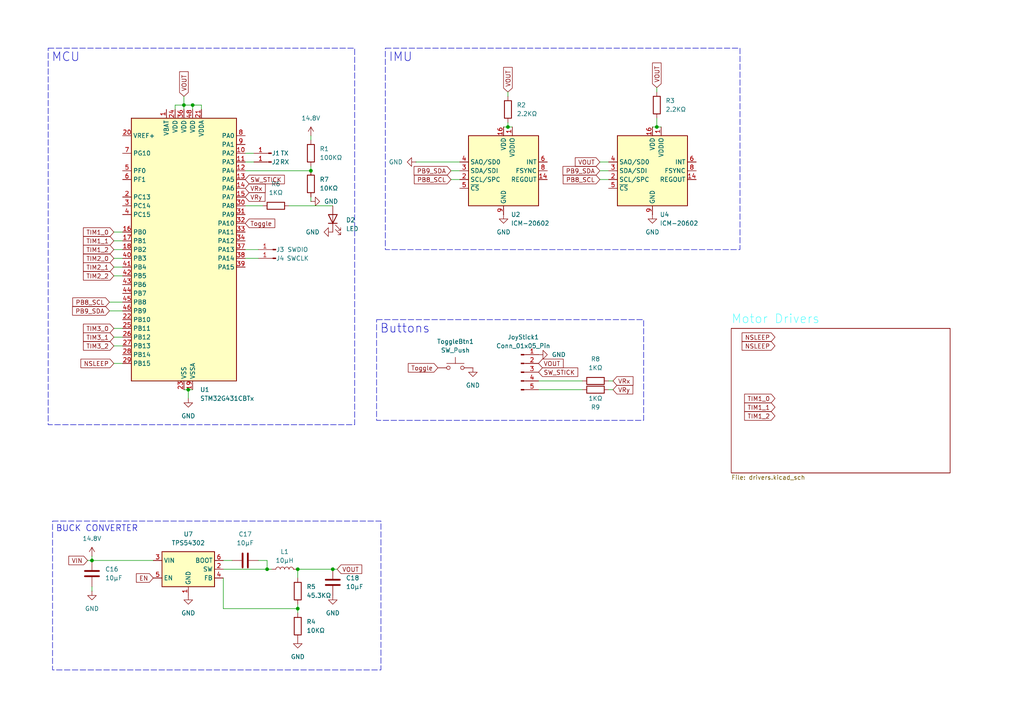
<source format=kicad_sch>
(kicad_sch (version 20250114) (generator "eeschema") (generator_version "9.0")
  (paper "A4")
  (lib_symbols
    (symbol "Connector:Conn_01x01_Pin" (pin_names (offset 1.016) (hide yes))
      (property "Reference" "J" (at 0 2.54 0))
      (property "Value" "Conn_01x01_Pin" (at 0 -2.54 0))
      (symbol "Conn_01x01_Pin_1_1"
        (rectangle (start 0.8636 0.127) (end 0 -0.127) (stroke (width 0.1524)) (fill (type outline)))
        (polyline (pts (xy 1.27 0) (xy 0.8636 0)) (stroke (width 0.1524)))
        (pin passive line (at 5.08 0 180) (length 3.81) (name "Pin_1") (number "1"))
      )
    )
    (symbol "Connector:Conn_01x05_Pin" (pin_names (offset 1.016) (hide yes))
      (property "Reference" "J" (at 0 7.62 0))
      (property "Value" "Conn_01x05_Pin" (at 0 -7.62 0))
      (symbol "Conn_01x05_Pin_1_1"
        (rectangle (start 0.8636 5.207) (end 0 4.953) (stroke (width 0.1524)) (fill (type outline)))
        (rectangle (start 0.8636 2.667) (end 0 2.413) (stroke (width 0.1524)) (fill (type outline)))
        (rectangle (start 0.8636 0.127) (end 0 -0.127) (stroke (width 0.1524)) (fill (type outline)))
        (rectangle (start 0.8636 -2.413) (end 0 -2.667) (stroke (width 0.1524)) (fill (type outline)))
        (rectangle (start 0.8636 -4.953) (end 0 -5.207) (stroke (width 0.1524)) (fill (type outline)))
        (polyline (pts (xy 1.27 5.08) (xy 0.8636 5.08)) (stroke (width 0.1524)))
        (polyline (pts (xy 1.27 2.54) (xy 0.8636 2.54)) (stroke (width 0.1524)))
        (polyline (pts (xy 1.27 0) (xy 0.8636 0)) (stroke (width 0.1524)))
        (polyline (pts (xy 1.27 -2.54) (xy 0.8636 -2.54)) (stroke (width 0.1524)))
        (polyline (pts (xy 1.27 -5.08) (xy 0.8636 -5.08)) (stroke (width 0.1524)))
        (pin passive line (at 5.08 5.08 180) (length 3.81) (name "Pin_1") (number "1"))
        (pin passive line (at 5.08 2.54 180) (length 3.81) (name "Pin_2") (number "2"))
        (pin passive line (at 5.08 0 180) (length 3.81) (name "Pin_3") (number "3"))
        (pin passive line (at 5.08 -2.54 180) (length 3.81) (name "Pin_4") (number "4"))
        (pin passive line (at 5.08 -5.08 180) (length 3.81) (name "Pin_5") (number "5"))
      )
    )
    (symbol "Device:C" (pin_numbers (hide yes)) (pin_names (offset 0.254))
      (property "Reference" "C" (at 0.635 2.54 0))
      (property "Value" "C" (at 0.635 -2.54 0))
      (symbol "C_0_1"
        (polyline (pts (xy -2.032 0.762) (xy 2.032 0.762)) (stroke (width 0.508)))
        (polyline (pts (xy -2.032 -0.762) (xy 2.032 -0.762)) (stroke (width 0.508)))
      )
      (symbol "C_1_1"
        (pin passive line (at 0 3.81 270) (length 2.794) (name "~") (number "1"))
        (pin passive line (at 0 -3.81 90) (length 2.794) (name "~") (number "2"))
      )
    )
    (symbol "Device:L" (pin_numbers (hide yes)) (pin_names (offset 1.016) (hide yes))
      (property "Reference" "L" (at -1.27 0 90))
      (property "Value" "L" (at 1.905 0 90))
      (symbol "L_0_1"
        (arc (start 0 2.54) (mid 0.6323 1.905) (end 0 1.27))
        (arc (start 0 1.27) (mid 0.6323 0.635) (end 0 0))
        (arc (start 0 0) (mid 0.6323 -0.635) (end 0 -1.27))
        (arc (start 0 -1.27) (mid 0.6323 -1.905) (end 0 -2.54))
      )
      (symbol "L_1_1"
        (pin passive line (at 0 3.81 270) (length 1.27) (name "1") (number "1"))
        (pin passive line (at 0 -3.81 90) (length 1.27) (name "2") (number "2"))
      )
    )
    (symbol "Device:LED" (pin_numbers (hide yes)) (pin_names (offset 1.016) (hide yes))
      (property "Reference" "D" (at 0 2.54 0))
      (property "Value" "LED" (at 0 -2.54 0))
      (symbol "LED_0_1"
        (polyline (pts (xy -3.048 -0.762) (xy -4.572 -2.286) (xy -3.81 -2.286) (xy -4.572 -2.286) (xy -4.572 -1.524)))
        (polyline (pts (xy -1.778 -0.762) (xy -3.302 -2.286) (xy -2.54 -2.286) (xy -3.302 -2.286) (xy -3.302 -1.524)))
        (polyline (pts (xy -1.27 0) (xy 1.27 0)))
        (polyline (pts (xy -1.27 -1.27) (xy -1.27 1.27)) (stroke (width 0.254)))
        (polyline (pts (xy 1.27 -1.27) (xy 1.27 1.27) (xy -1.27 0) (xy 1.27 -1.27)) (stroke (width 0.254)))
      )
      (symbol "LED_1_1"
        (pin passive line (at -3.81 0 0) (length 2.54) (name "K") (number "1"))
        (pin passive line (at 3.81 0 180) (length 2.54) (name "A") (number "2"))
      )
    )
    (symbol "Device:R" (pin_numbers (hide yes)) (pin_names (offset 0))
      (property "Reference" "R" (at 2.032 0 90))
      (property "Value" "R" (at 0 0 90))
      (symbol "R_0_1"
        (rectangle (start -1.016 -2.54) (end 1.016 2.54) (stroke (width 0.254)))
      )
      (symbol "R_1_1"
        (pin passive line (at 0 3.81 270) (length 1.27) (name "~") (number "1"))
        (pin passive line (at 0 -3.81 90) (length 1.27) (name "~") (number "2"))
      )
    )
    (symbol "MCU_ST_STM32G4:STM32G431CBTx"
      (property "Reference" "U" (at -15.24 39.37 0))
      (property "Value" "STM32G431CBTx" (at 7.62 39.37 0))
      (symbol "STM32G431CBTx_0_1"
        (rectangle (start -15.24 -38.1) (end 15.24 38.1) (stroke (width 0.254)) (fill (type background)))
      )
      (symbol "STM32G431CBTx_1_1"
        (pin input line (at -17.78 33.02 0) (length 2.54) (name "VREF+") (number "20"))
        (pin bidirectional line (at -17.78 27.94 0) (length 2.54) (name "PG10") (number "7"))
        (pin bidirectional line (at -17.78 22.86 0) (length 2.54) (name "PF0") (number "5"))
        (pin bidirectional line (at -17.78 20.32 0) (length 2.54) (name "PF1") (number "6"))
        (pin bidirectional line (at -17.78 15.24 0) (length 2.54) (name "PC13") (number "2"))
        (pin bidirectional line (at -17.78 12.7 0) (length 2.54) (name "PC14") (number "3"))
        (pin bidirectional line (at -17.78 10.16 0) (length 2.54) (name "PC15") (number "4"))
        (pin bidirectional line (at -17.78 5.08 0) (length 2.54) (name "PB0") (number "16"))
        (pin bidirectional line (at -17.78 2.54 0) (length 2.54) (name "PB1") (number "17"))
        (pin bidirectional line (at -17.78 0 0) (length 2.54) (name "PB2") (number "18"))
        (pin bidirectional line (at -17.78 -2.54 0) (length 2.54) (name "PB3") (number "40"))
        (pin bidirectional line (at -17.78 -5.08 0) (length 2.54) (name "PB4") (number "41"))
        (pin bidirectional line (at -17.78 -7.62 0) (length 2.54) (name "PB5") (number "42"))
        (pin bidirectional line (at -17.78 -10.16 0) (length 2.54) (name "PB6") (number "43"))
        (pin bidirectional line (at -17.78 -12.7 0) (length 2.54) (name "PB7") (number "44"))
        (pin bidirectional line (at -17.78 -15.24 0) (length 2.54) (name "PB8") (number "45"))
        (pin bidirectional line (at -17.78 -17.78 0) (length 2.54) (name "PB9") (number "46"))
        (pin bidirectional line (at -17.78 -20.32 0) (length 2.54) (name "PB10") (number "22"))
        (pin bidirectional line (at -17.78 -22.86 0) (length 2.54) (name "PB11") (number "25"))
        (pin bidirectional line (at -17.78 -25.4 0) (length 2.54) (name "PB12") (number "26"))
        (pin bidirectional line (at -17.78 -27.94 0) (length 2.54) (name "PB13") (number "27"))
        (pin bidirectional line (at -17.78 -30.48 0) (length 2.54) (name "PB14") (number "28"))
        (pin bidirectional line (at -17.78 -33.02 0) (length 2.54) (name "PB15") (number "29"))
        (pin power_in line (at -5.08 40.64 270) (length 2.54) (name "VBAT") (number "1"))
        (pin power_in line (at -2.54 40.64 270) (length 2.54) (name "VDD") (number "24"))
        (pin power_in line (at 0 40.64 270) (length 2.54) (name "VDD") (number "36"))
        (pin power_in line (at 0 -40.64 90) (length 2.54) (name "VSS") (number "23"))
        (pin passive line (at 0 -40.64 90) (length 2.54) (hide yes) (name "VSS") (number "35"))
        (pin passive line (at 0 -40.64 90) (length 2.54) (hide yes) (name "VSS") (number "47"))
        (pin power_in line (at 2.54 40.64 270) (length 2.54) (name "VDD") (number "48"))
        (pin power_in line (at 2.54 -40.64 90) (length 2.54) (name "VSSA") (number "19"))
        (pin power_in line (at 5.08 40.64 270) (length 2.54) (name "VDDA") (number "21"))
        (pin bidirectional line (at 17.78 33.02 180) (length 2.54) (name "PA0") (number "8"))
        (pin bidirectional line (at 17.78 30.48 180) (length 2.54) (name "PA1") (number "9"))
        (pin bidirectional line (at 17.78 27.94 180) (length 2.54) (name "PA2") (number "10"))
        (pin bidirectional line (at 17.78 25.4 180) (length 2.54) (name "PA3") (number "11"))
        (pin bidirectional line (at 17.78 22.86 180) (length 2.54) (name "PA4") (number "12"))
        (pin bidirectional line (at 17.78 20.32 180) (length 2.54) (name "PA5") (number "13"))
        (pin bidirectional line (at 17.78 17.78 180) (length 2.54) (name "PA6") (number "14"))
        (pin bidirectional line (at 17.78 15.24 180) (length 2.54) (name "PA7") (number "15"))
        (pin bidirectional line (at 17.78 12.7 180) (length 2.54) (name "PA8") (number "30"))
        (pin bidirectional line (at 17.78 10.16 180) (length 2.54) (name "PA9") (number "31"))
        (pin bidirectional line (at 17.78 7.62 180) (length 2.54) (name "PA10") (number "32"))
        (pin bidirectional line (at 17.78 5.08 180) (length 2.54) (name "PA11") (number "33"))
        (pin bidirectional line (at 17.78 2.54 180) (length 2.54) (name "PA12") (number "34"))
        (pin bidirectional line (at 17.78 0 180) (length 2.54) (name "PA13") (number "37"))
        (pin bidirectional line (at 17.78 -2.54 180) (length 2.54) (name "PA14") (number "38"))
        (pin bidirectional line (at 17.78 -5.08 180) (length 2.54) (name "PA15") (number "39"))
      )
    )
    (symbol "Regulator_Switching:TPS54302"
      (property "Reference" "U" (at -7.62 6.35 0))
      (property "Value" "TPS54302" (at 0 6.35 0))
      (symbol "TPS54302_0_1"
        (rectangle (start -7.62 5.08) (end 7.62 -5.08) (stroke (width 0.254)) (fill (type background)))
      )
      (symbol "TPS54302_1_1"
        (pin power_in line (at -10.16 2.54 0) (length 2.54) (name "VIN") (number "3"))
        (pin input line (at -10.16 -2.54 0) (length 2.54) (name "EN") (number "5"))
        (pin power_in line (at 0 -7.62 90) (length 2.54) (name "GND") (number "1"))
        (pin passive line (at 10.16 2.54 180) (length 2.54) (name "BOOT") (number "6"))
        (pin power_out line (at 10.16 0 180) (length 2.54) (name "SW") (number "2"))
        (pin input line (at 10.16 -2.54 180) (length 2.54) (name "FB") (number "4"))
      )
    )
    (symbol "Sensor_Motion:ICM-20602"
      (property "Reference" "U" (at -10.16 11.43 0))
      (property "Value" "ICM-20602" (at 10.16 11.43 0))
      (symbol "ICM-20602_0_1"
        (rectangle (start -10.16 10.16) (end 10.16 -10.16) (stroke (width 0.254)) (fill (type background)))
      )
      (symbol "ICM-20602_1_1"
        (pin bidirectional line (at -12.7 2.54 0) (length 2.54) (name "SAO/SD0") (number "4"))
        (pin bidirectional line (at -12.7 0 0) (length 2.54) (name "SDA/SDI") (number "3"))
        (pin input line (at -12.7 -2.54 0) (length 2.54) (name "SCL/SPC") (number "2"))
        (pin input line (at -12.7 -5.08 0) (length 2.54) (name "~{CS}") (number "5"))
        (pin no_connect line (at -10.16 5.08 0) (length 2.54) (hide yes) (name "RESV") (number "7"))
        (pin power_in line (at 0 12.7 270) (length 2.54) (name "VDD") (number "16"))
        (pin passive line (at 0 -12.7 90) (length 2.54) (hide yes) (name "GND") (number "10"))
        (pin passive line (at 0 -12.7 90) (length 2.54) (hide yes) (name "GND") (number "11"))
        (pin passive line (at 0 -12.7 90) (length 2.54) (hide yes) (name "GND") (number "12"))
        (pin passive line (at 0 -12.7 90) (length 2.54) (hide yes) (name "GND") (number "13"))
        (pin passive line (at 0 -12.7 90) (length 2.54) (hide yes) (name "GND") (number "15"))
        (pin power_in line (at 0 -12.7 90) (length 2.54) (name "GND") (number "9"))
        (pin power_in line (at 2.54 12.7 270) (length 2.54) (name "VDDIO") (number "1"))
        (pin output line (at 12.7 2.54 180) (length 2.54) (name "INT") (number "6"))
        (pin input line (at 12.7 0 180) (length 2.54) (name "FSYNC") (number "8"))
        (pin passive line (at 12.7 -2.54 180) (length 2.54) (name "REGOUT") (number "14"))
      )
    )
    (symbol "Switch:SW_Push" (pin_numbers (hide yes)) (pin_names (offset 1.016) (hide yes))
      (property "Reference" "SW" (at 1.27 2.54 0))
      (property "Value" "SW_Push" (at 0 -1.524 0))
      (symbol "SW_Push_0_1"
        (circle (center -2.032 0) (radius 0.508))
        (polyline (pts (xy 0 1.27) (xy 0 3.048)))
        (circle (center 2.032 0) (radius 0.508))
        (polyline (pts (xy 2.54 1.27) (xy -2.54 1.27)))
        (pin passive line (at -5.08 0 0) (length 2.54) (name "1") (number "1"))
        (pin passive line (at 5.08 0 180) (length 2.54) (name "2") (number "2"))
      )
    )
    (symbol "power:+1V0" (power) (pin_numbers (hide yes)) (pin_names (offset 0) (hide yes))
      (property "Value" "+1V0" (at 0 3.556 0))
      (symbol "+1V0_0_1"
        (polyline (pts (xy -0.762 1.27) (xy 0 2.54)))
        (polyline (pts (xy 0 2.54) (xy 0.762 1.27)))
        (polyline (pts (xy 0 0) (xy 0 2.54)))
      )
      (symbol "+1V0_1_1"
        (pin power_in line (at 0 0 90) (length 0) (name "~") (number "1"))
      )
    )
    (symbol "power:GND" (power) (pin_numbers (hide yes)) (pin_names (offset 0) (hide yes))
      (property "Value" "GND" (at 0 -3.81 0))
      (symbol "GND_0_1"
        (polyline (pts (xy 0 0) (xy 0 -1.27) (xy 1.27 -1.27) (xy 0 -2.54) (xy -1.27 -1.27) (xy 0 -1.27)))
      )
      (symbol "GND_1_1"
        (pin power_in line (at 0 0 270) (length 0) (name "~") (number "1"))
      )
    )
  )
  (text_box "Buttons\n" (at 109.22 92.71 0) (size 77.47 29.21) (margins 0.9525 0.9525 0.9525 0.9525) (stroke (width 0) (type dash)) (effects (font (size 2.54 2.54)) (justify left top)))
  (text_box "BUCK CONVERTER\n" (at 15.24 151.13 0) (size 95.25 43.18) (margins 0.9525 0.9525 0.9525 0.9525) (stroke (width 0) (type dash)) (effects (font (size 1.778 1.778)) (justify left top)))
  (text_box "MCU\n" (at 13.97 13.97 0) (size 88.9 109.22) (margins 0.9525 0.9525 0.9525 0.9525) (stroke (width 0) (type dash)) (effects (font (size 2.54 2.54)) (justify left top)))
  (text_box "IMU\n" (at 111.76 13.97 0) (size 102.87 58.42) (margins 0.9525 0.9525 0.9525 0.9525) (stroke (width 0) (type dash)) (effects (font (size 2.54 2.54)) (justify left top)))
  (junction (at 86.36 176.53))
  (junction (at 26.67 162.56))
  (junction (at 190.5 36.83))
  (junction (at 53.34 30.48))
  (junction (at 90.17 49.53))
  (junction (at 77.47 165.1))
  (junction (at 55.88 30.48))
  (junction (at 147.32 36.83))
  (junction (at 86.36 165.1))
  (junction (at 54.61 113.03))
  (junction (at 96.52 165.1))
  (wire (pts (xy 71.12 74.93) (xy 74.93 74.93)))
  (wire (pts (xy 78.74 165.1) (xy 77.47 165.1)))
  (wire (pts (xy 26.67 171.45) (xy 26.67 170.18)))
  (wire (pts (xy 53.34 30.48) (xy 53.34 27.94)))
  (wire (pts (xy 58.42 31.75) (xy 58.42 30.48)))
  (wire (pts (xy 90.17 58.42) (xy 90.17 57.15)))
  (wire (pts (xy 74.93 162.56) (xy 77.47 162.56)))
  (wire (pts (xy 156.21 110.49) (xy 168.91 110.49)))
  (wire (pts (xy 53.34 30.48) (xy 55.88 30.48)))
  (wire (pts (xy 53.34 113.03) (xy 54.61 113.03)))
  (wire (pts (xy 173.99 49.53) (xy 176.53 49.53)))
  (wire (pts (xy 190.5 36.83) (xy 191.77 36.83)))
  (wire (pts (xy 86.36 165.1) (xy 86.36 167.64)))
  (wire (pts (xy 33.02 69.85) (xy 35.56 69.85)))
  (wire (pts (xy 55.88 30.48) (xy 58.42 30.48)))
  (wire (pts (xy 77.47 162.56) (xy 77.47 165.1)))
  (wire (pts (xy 86.36 165.1) (xy 96.52 165.1)))
  (wire (pts (xy 173.99 46.99) (xy 176.53 46.99)))
  (wire (pts (xy 147.32 35.56) (xy 147.32 36.83)))
  (wire (pts (xy 130.81 52.07) (xy 133.35 52.07)))
  (wire (pts (xy 77.47 165.1) (xy 64.77 165.1)))
  (wire (pts (xy 156.21 113.03) (xy 168.91 113.03)))
  (wire (pts (xy 33.02 77.47) (xy 35.56 77.47)))
  (wire (pts (xy 26.67 162.56) (xy 44.45 162.56)))
  (wire (pts (xy 71.12 72.39) (xy 74.93 72.39)))
  (wire (pts (xy 64.77 176.53) (xy 64.77 167.64)))
  (wire (pts (xy 33.02 67.31) (xy 35.56 67.31)))
  (wire (pts (xy 120.65 46.99) (xy 133.35 46.99)))
  (wire (pts (xy 96.52 165.1) (xy 97.79 165.1)))
  (wire (pts (xy 86.36 175.26) (xy 86.36 176.53)))
  (wire (pts (xy 54.61 113.03) (xy 54.61 115.57)))
  (wire (pts (xy 64.77 176.53) (xy 86.36 176.53)))
  (wire (pts (xy 90.17 48.26) (xy 90.17 49.53)))
  (wire (pts (xy 147.32 36.83) (xy 148.59 36.83)))
  (wire (pts (xy 33.02 97.79) (xy 35.56 97.79)))
  (wire (pts (xy 86.36 176.53) (xy 86.36 177.8)))
  (wire (pts (xy 177.8 113.03) (xy 176.53 113.03)))
  (wire (pts (xy 64.77 162.56) (xy 67.31 162.56)))
  (wire (pts (xy 173.99 52.07) (xy 176.53 52.07)))
  (wire (pts (xy 71.12 46.99) (xy 73.66 46.99)))
  (wire (pts (xy 54.61 113.03) (xy 55.88 113.03)))
  (wire (pts (xy 26.67 161.29) (xy 26.67 162.56)))
  (wire (pts (xy 33.02 74.93) (xy 35.56 74.93)))
  (wire (pts (xy 130.81 49.53) (xy 133.35 49.53)))
  (wire (pts (xy 31.75 90.17) (xy 35.56 90.17)))
  (wire (pts (xy 33.02 72.39) (xy 35.56 72.39)))
  (wire (pts (xy 90.17 40.64) (xy 90.17 39.37)))
  (wire (pts (xy 50.8 31.75) (xy 50.8 30.48)))
  (wire (pts (xy 147.32 26.67) (xy 147.32 27.94)))
  (wire (pts (xy 146.05 36.83) (xy 147.32 36.83)))
  (wire (pts (xy 83.82 59.69) (xy 96.52 59.69)))
  (wire (pts (xy 25.4 162.56) (xy 26.67 162.56)))
  (wire (pts (xy 189.23 36.83) (xy 190.5 36.83)))
  (wire (pts (xy 31.75 87.63) (xy 35.56 87.63)))
  (wire (pts (xy 55.88 31.75) (xy 55.88 30.48)))
  (wire (pts (xy 33.02 95.25) (xy 35.56 95.25)))
  (wire (pts (xy 190.5 34.29) (xy 190.5 36.83)))
  (wire (pts (xy 53.34 30.48) (xy 53.34 31.75)))
  (wire (pts (xy 71.12 59.69) (xy 76.2 59.69)))
  (wire (pts (xy 33.02 105.41) (xy 35.56 105.41)))
  (wire (pts (xy 190.5 25.4) (xy 190.5 26.67)))
  (wire (pts (xy 71.12 44.45) (xy 73.66 44.45)))
  (wire (pts (xy 33.02 100.33) (xy 35.56 100.33)))
  (wire (pts (xy 90.17 49.53) (xy 71.12 49.53)))
  (wire (pts (xy 177.8 110.49) (xy 176.53 110.49)))
  (wire (pts (xy 33.02 80.01) (xy 35.56 80.01)))
  (wire (pts (xy 50.8 30.48) (xy 53.34 30.48)))
  (global_label "Toggle" (shape input) (at 71.12 64.77 0) (property "Intersheetrefs" "${INTERSHEET_REFS}" (effects (hide yes))))
  (global_label "PB9_SDA" (shape input) (at 31.75 90.17 180) (property "Intersheetrefs" "${INTERSHEET_REFS}" (effects (hide yes))))
  (global_label "EN" (shape input) (at 44.45 167.64 180) (property "Intersheetrefs" "${INTERSHEET_REFS}" (effects (hide yes))))
  (global_label "VOUT" (shape input) (at 97.79 165.1 0) (property "Intersheetrefs" "${INTERSHEET_REFS}" (effects (hide yes))))
  (global_label "VIN" (shape input) (at 25.4 162.56 180) (property "Intersheetrefs" "${INTERSHEET_REFS}" (effects (hide yes))))
  (global_label "VRx" (shape input) (at 177.8 110.49 0) (property "Intersheetrefs" "${INTERSHEET_REFS}" (effects (hide yes))))
  (global_label "TIM3_1" (shape input) (at 33.02 97.79 180) (property "Intersheetrefs" "${INTERSHEET_REFS}" (effects (hide yes))))
  (global_label "PB8_SCL" (shape input) (at 130.81 52.07 180) (property "Intersheetrefs" "${INTERSHEET_REFS}" (effects (hide yes))))
  (global_label "SW_STICK" (shape input) (at 156.21 107.95 0) (property "Intersheetrefs" "${INTERSHEET_REFS}" (effects (hide yes))))
  (global_label "NSLEEP" (shape input) (at 224.79 100.33 180) (property "Intersheetrefs" "${INTERSHEET_REFS}" (effects (hide yes))))
  (global_label "TIM3_2" (shape input) (at 33.02 100.33 180) (property "Intersheetrefs" "${INTERSHEET_REFS}" (effects (hide yes))))
  (global_label "TIM1_2" (shape input) (at 224.79 120.65 180) (property "Intersheetrefs" "${INTERSHEET_REFS}" (effects (hide yes))))
  (global_label "VOUT" (shape input) (at 190.5 25.4 90) (property "Intersheetrefs" "${INTERSHEET_REFS}" (effects (hide yes))))
  (global_label "TIM1_1" (shape input) (at 33.02 69.85 180) (property "Intersheetrefs" "${INTERSHEET_REFS}" (effects (hide yes))))
  (global_label "TIM1_1" (shape input) (at 224.79 118.11 180) (property "Intersheetrefs" "${INTERSHEET_REFS}" (effects (hide yes))))
  (global_label "PB9_SDA" (shape input) (at 130.81 49.53 180) (property "Intersheetrefs" "${INTERSHEET_REFS}" (effects (hide yes))))
  (global_label "TIM2_0" (shape input) (at 33.02 74.93 180) (property "Intersheetrefs" "${INTERSHEET_REFS}" (effects (hide yes))))
  (global_label "NSLEEP" (shape input) (at 33.02 105.41 180) (property "Intersheetrefs" "${INTERSHEET_REFS}" (effects (hide yes))))
  (global_label "TIM2_1" (shape input) (at 33.02 77.47 180) (property "Intersheetrefs" "${INTERSHEET_REFS}" (effects (hide yes))))
  (global_label "PB8_SCL" (shape input) (at 173.99 52.07 180) (property "Intersheetrefs" "${INTERSHEET_REFS}" (effects (hide yes))))
  (global_label "VRx" (shape input) (at 71.12 54.61 0) (property "Intersheetrefs" "${INTERSHEET_REFS}" (effects (hide yes))))
  (global_label "NSLEEP" (shape input) (at 224.79 97.79 180) (property "Intersheetrefs" "${INTERSHEET_REFS}" (effects (hide yes))))
  (global_label "VRy" (shape input) (at 177.8 113.03 0) (property "Intersheetrefs" "${INTERSHEET_REFS}" (effects (hide yes))))
  (global_label "VRy" (shape input) (at 71.12 57.15 0) (property "Intersheetrefs" "${INTERSHEET_REFS}" (effects (hide yes))))
  (global_label "VOUT" (shape input) (at 53.34 27.94 90) (property "Intersheetrefs" "${INTERSHEET_REFS}" (effects (hide yes))))
  (global_label "TIM3_0" (shape input) (at 33.02 95.25 180) (property "Intersheetrefs" "${INTERSHEET_REFS}" (effects (hide yes))))
  (global_label "TIM1_0" (shape input) (at 33.02 67.31 180) (property "Intersheetrefs" "${INTERSHEET_REFS}" (effects (hide yes))))
  (global_label "VOUT" (shape input) (at 147.32 26.67 90) (property "Intersheetrefs" "${INTERSHEET_REFS}" (effects (hide yes))))
  (global_label "TIM2_2" (shape input) (at 33.02 80.01 180) (property "Intersheetrefs" "${INTERSHEET_REFS}" (effects (hide yes))))
  (global_label "SW_STICK" (shape input) (at 71.12 52.07 0) (property "Intersheetrefs" "${INTERSHEET_REFS}" (effects (hide yes))))
  (global_label "VOUT" (shape input) (at 173.99 46.99 180) (property "Intersheetrefs" "${INTERSHEET_REFS}" (effects (hide yes))))
  (global_label "PB9_SDA" (shape input) (at 173.99 49.53 180) (property "Intersheetrefs" "${INTERSHEET_REFS}" (effects (hide yes))))
  (global_label "TIM1_0" (shape input) (at 224.79 115.57 180) (property "Intersheetrefs" "${INTERSHEET_REFS}" (effects (hide yes))))
  (global_label "Toggle" (shape input) (at 127 106.68 180) (property "Intersheetrefs" "${INTERSHEET_REFS}" (effects (hide yes))))
  (global_label "VOUT" (shape input) (at 156.21 105.41 0) (property "Intersheetrefs" "${INTERSHEET_REFS}" (effects (hide yes))))
  (global_label "PB8_SCL" (shape input) (at 31.75 87.63 180) (property "Intersheetrefs" "${INTERSHEET_REFS}" (effects (hide yes))))
  (global_label "TIM1_2" (shape input) (at 33.02 72.39 180) (property "Intersheetrefs" "${INTERSHEET_REFS}" (effects (hide yes))))
  (symbol (lib_id "Device:R") (at 172.72 110.49 90) (unit 1)
    (property "Reference" "R8" (at 172.72 104.14 90))
    (property "Value" "1KΩ" (at 172.72 106.68 90))
    (property "Footprint" "Resistor_SMD:R_0201_0603Metric" (effects (hide yes)))
    (property "Description" "Resistor" (effects (hide yes)))
  )
  (symbol (lib_id "Device:C") (at 71.12 162.56 90) (unit 1)
    (property "Reference" "C17" (at 71.12 154.94 90))
    (property "Value" "10μF" (at 71.12 157.48 90))
    (property "Footprint" "Capacitor_SMD:C_0603_1608Metric" (effects (hide yes)))
    (property "Description" "Bulk Capacitor" (effects (hide yes)))
  )
  (symbol (lib_id "Switch:SW_Push") (at 132.08 106.68 0) (unit 1)
    (property "Reference" "ToggleBtn1" (at 132.08 99.06 0))
    (property "Value" "SW_Push" (at 132.08 101.6 0))
    (property "Footprint" "Button_Switch_SMD:SW_Push_1P1T_NO_CK_PTS125Sx85PSMTR" (effects (hide yes)))
    (property "Description" "Push button switch, generic, two pins" (effects (hide yes)))
  )
  (symbol (lib_id "power:GND") (at 54.61 115.57 0) (unit 1)
    (property "Reference" "#PWR09" (effects (hide yes)))
    (property "Value" "GND" (at 54.61 120.65 0))
    (property "Description" "Power symbol creates a global label with name \"GND\" , ground" (effects (hide yes)))
  )
  (symbol (lib_id "power:+1V0") (at 26.67 161.29 0) (unit 1)
    (property "Reference" "#PWR05" (effects (hide yes)))
    (property "Value" "14.8V" (at 26.67 156.21 0))
    (property "Description" "Power symbol creates a global label with name \"+1V0\"" (effects (hide yes)))
  )
  (symbol (lib_id "power:GND") (at 96.52 67.31 270) (unit 1)
    (property "Reference" "#PWR013" (effects (hide yes)))
    (property "Value" "GND" (at 92.71 67.3099 90) (effects (justify right)))
    (property "Description" "Power symbol creates a global label with name \"GND\" , ground" (effects (hide yes)))
  )
  (symbol (lib_id "Device:R") (at 86.36 181.61 0) (unit 1)
    (property "Reference" "R4" (at 88.9 180.3399 0) (effects (justify left)))
    (property "Value" "10KΩ" (at 88.9 182.8799 0) (effects (justify left)))
    (property "Footprint" "Resistor_SMD:R_0201_0603Metric" (effects (hide yes)))
    (property "Description" "Resistor" (effects (hide yes)))
  )
  (symbol (lib_id "power:GND") (at 54.61 172.72 0) (unit 1)
    (property "Reference" "#PWR02" (effects (hide yes)))
    (property "Value" "GND" (at 54.61 177.8 0))
    (property "Description" "Power symbol creates a global label with name \"GND\" , ground" (effects (hide yes)))
  )
  (symbol (lib_id "MCU_ST_STM32G4:STM32G431CBTx") (at 53.34 72.39 0) (unit 1)
    (property "Reference" "U1" (at 58.0233 113.03 0) (effects (justify left)))
    (property "Value" "STM32G431CBTx" (at 58.0233 115.57 0) (effects (justify left)))
    (property "Footprint" "Package_QFP:LQFP-48_7x7mm_P0.5mm" (effects (hide yes)))
    (property "Datasheet" "https://www.st.com/resource/en/datasheet/stm32g431cb.pdf" (effects (hide yes)))
    (property "Description" "STMicroelectronics Arm Cortex-M4 MCU, 128KB flash, 32KB RAM, 170 MHz, 1.71-3.6V, 38 GPIO, LQFP48" (effects (hide yes)))
  )
  (symbol (lib_id "Device:C") (at 26.67 166.37 0) (unit 1)
    (property "Reference" "C16" (at 30.48 165.0999 0) (effects (justify left)))
    (property "Value" "10μF" (at 30.48 167.6399 0) (effects (justify left)))
    (property "Footprint" "Capacitor_SMD:C_0603_1608Metric" (effects (hide yes)))
    (property "Description" "Bulk Capacitor" (effects (hide yes)))
  )
  (symbol (lib_id "Connector:Conn_01x01_Pin") (at 78.74 46.99 180) (unit 1)
    (property "Reference" "J2" (at 80.01 46.99 0))
    (property "Value" "RX" (at 82.55 46.99 0))
    (property "Footprint" "Connector_PinHeader_1.00mm:PinHeader_1x01_P1.00mm_Horizontal" (effects (hide yes)))
    (property "Description" "Generic connector, single row, 01x01, script generated" (effects (hide yes)))
  )
  (symbol (lib_id "Device:R") (at 190.5 30.48 0) (unit 1)
    (property "Reference" "R3" (at 193.04 29.2099 0) (effects (justify left)))
    (property "Value" "2.2KΩ" (at 193.04 31.7499 0) (effects (justify left)))
    (property "Footprint" "Resistor_SMD:R_0201_0603Metric" (effects (hide yes)))
    (property "Description" "Resistor" (effects (hide yes)))
  )
  (symbol (lib_id "power:GND") (at 156.21 102.87 90) (unit 1)
    (property "Reference" "#PWR023" (effects (hide yes)))
    (property "Value" "GND" (at 160.02 102.8699 90) (effects (justify right)))
    (property "Description" "Power symbol creates a global label with name \"GND\" , ground" (effects (hide yes)))
  )
  (symbol (lib_id "power:GND") (at 26.67 171.45 0) (unit 1)
    (property "Reference" "#PWR04" (effects (hide yes)))
    (property "Value" "GND" (at 26.67 176.53 0))
    (property "Description" "Power symbol creates a global label with name \"GND\" , ground" (effects (hide yes)))
  )
  (symbol (lib_id "Connector:Conn_01x01_Pin") (at 80.01 74.93 180) (unit 1)
    (property "Reference" "J4" (at 81.28 74.93 0))
    (property "Value" "SWCLK" (at 86.36 74.93 0))
    (property "Footprint" "Connector_PinHeader_1.00mm:PinHeader_1x01_P1.00mm_Horizontal" (effects (hide yes)))
    (property "Description" "Generic connector, single row, 01x01, script generated" (effects (hide yes)))
  )
  (symbol (lib_id "power:GND") (at 146.05 62.23 0) (unit 1)
    (property "Reference" "#PWR011" (effects (hide yes)))
    (property "Value" "GND" (at 146.05 67.31 0))
    (property "Description" "Power symbol creates a global label with name \"GND\" , ground" (effects (hide yes)))
  )
  (symbol (lib_id "power:GND") (at 189.23 62.23 0) (unit 1)
    (property "Reference" "#PWR010" (effects (hide yes)))
    (property "Value" "GND" (at 189.23 67.31 0))
    (property "Description" "Power symbol creates a global label with name \"GND\" , ground" (effects (hide yes)))
  )
  (symbol (lib_id "Regulator_Switching:TPS54302") (at 54.61 165.1 0) (unit 1)
    (property "Reference" "U7" (at 54.61 154.94 0))
    (property "Value" "TPS54302" (at 54.61 157.48 0))
    (property "Footprint" "Package_TO_SOT_SMD:SOT-23-6" (effects (hide yes)))
    (property "Datasheet" "http://www.ti.com/lit/ds/symlink/tps54302.pdf" (effects (hide yes)))
    (property "Description" "3A, 4.5 to 28V Input, EMI Friendly integrated switch synchronous step-down regulator, pulse-skipping, SOT-23-6" (effects (hide yes)))
  )
  (symbol (lib_id "power:GND") (at 90.17 58.42 90) (unit 1)
    (property "Reference" "#PWR015" (effects (hide yes)))
    (property "Value" "GND" (at 93.98 58.4199 90) (effects (justify right)))
    (property "Description" "Power symbol creates a global label with name \"GND\" , ground" (effects (hide yes)))
  )
  (symbol (lib_id "Device:L") (at 82.55 165.1 90) (unit 1)
    (property "Reference" "L1" (at 82.55 160.02 90))
    (property "Value" "10μH" (at 82.55 162.56 90))
    (property "Footprint" "Inductor_SMD:L_0201_0603Metric" (effects (hide yes)))
    (property "Description" "Inductor At least 3A" (effects (hide yes)))
  )
  (symbol (lib_id "Device:R") (at 147.32 31.75 0) (unit 1)
    (property "Reference" "R2" (at 149.86 30.4799 0) (effects (justify left)))
    (property "Value" "2.2KΩ" (at 149.86 33.0199 0) (effects (justify left)))
    (property "Footprint" "Resistor_SMD:R_0201_0603Metric" (effects (hide yes)))
    (property "Description" "Resistor" (effects (hide yes)))
  )
  (symbol (lib_id "Device:C") (at 96.52 168.91 0) (unit 1)
    (property "Reference" "C18" (at 100.33 167.6399 0) (effects (justify left)))
    (property "Value" "10μF" (at 100.33 170.1799 0) (effects (justify left)))
    (property "Footprint" "Capacitor_SMD:C_0603_1608Metric" (effects (hide yes)))
    (property "Description" "Bulk Capacitor" (effects (hide yes)))
  )
  (symbol (lib_id "Sensor_Motion:ICM-20602") (at 146.05 49.53 0) (unit 1)
    (property "Reference" "U2" (at 148.1933 62.23 0) (effects (justify left)))
    (property "Value" "ICM-20602" (at 148.1933 64.77 0) (effects (justify left)))
    (property "Footprint" "Package_LGA:LGA-16_3x3mm_P0.5mm_LayoutBorder3x5y" (effects (hide yes)))
    (property "Datasheet" "http://www.invensense.com/wp-content/uploads/2016/10/DS-000176-ICM-20602-v1.0.pdf" (effects (hide yes)))
    (property "Description" "High performance 6-Axis MEMS motion tracking, SPI/I2C interface, LGA-16" (effects (hide yes)))
  )
  (symbol (lib_id "power:GND") (at 86.36 185.42 0) (unit 1)
    (property "Reference" "#PWR01" (effects (hide yes)))
    (property "Value" "GND" (at 86.36 190.5 0))
    (property "Description" "Power symbol creates a global label with name \"GND\" , ground" (effects (hide yes)))
  )
  (symbol (lib_id "Device:R") (at 90.17 44.45 0) (unit 1)
    (property "Reference" "R1" (at 92.71 43.1799 0) (effects (justify left)))
    (property "Value" "100KΩ" (at 92.71 45.7199 0) (effects (justify left)))
    (property "Footprint" "Resistor_SMD:R_0201_0603Metric" (effects (hide yes)))
    (property "Description" "Resistor" (effects (hide yes)))
  )
  (symbol (lib_id "Connector:Conn_01x01_Pin") (at 78.74 44.45 180) (unit 1)
    (property "Reference" "J1" (at 80.01 44.45 0))
    (property "Value" "TX" (at 82.55 44.45 0))
    (property "Footprint" "Connector_PinHeader_1.00mm:PinHeader_1x01_P1.00mm_Horizontal" (effects (hide yes)))
    (property "Description" "Generic connector, single row, 01x01, script generated" (effects (hide yes)))
  )
  (symbol (lib_id "Sensor_Motion:ICM-20602") (at 189.23 49.53 0) (unit 1)
    (property "Reference" "U4" (at 191.3733 62.23 0) (effects (justify left)))
    (property "Value" "ICM-20602" (at 191.3733 64.77 0) (effects (justify left)))
    (property "Footprint" "Package_LGA:LGA-16_3x3mm_P0.5mm_LayoutBorder3x5y" (effects (hide yes)))
    (property "Datasheet" "http://www.invensense.com/wp-content/uploads/2016/10/DS-000176-ICM-20602-v1.0.pdf" (effects (hide yes)))
    (property "Description" "High performance 6-Axis MEMS motion tracking, SPI/I2C interface, LGA-16" (effects (hide yes)))
  )
  (symbol (lib_id "power:GND") (at 120.65 46.99 270) (unit 1)
    (property "Reference" "#PWR012" (effects (hide yes)))
    (property "Value" "GND" (at 116.84 46.9899 90) (effects (justify right)))
    (property "Description" "Power symbol creates a global label with name \"GND\" , ground" (effects (hide yes)))
  )
  (symbol (lib_id "Device:R") (at 86.36 171.45 0) (unit 1)
    (property "Reference" "R5" (at 88.9 170.1799 0) (effects (justify left)))
    (property "Value" "45.3KΩ" (at 88.9 172.7199 0) (effects (justify left)))
    (property "Footprint" "Resistor_SMD:R_0201_0603Metric" (effects (hide yes)))
    (property "Description" "Resistor" (effects (hide yes)))
  )
  (symbol (lib_id "Device:LED") (at 96.52 63.5 90) (unit 1)
    (property "Reference" "D2" (at 100.33 63.8174 90) (effects (justify right)))
    (property "Value" "LED" (at 100.33 66.3574 90) (effects (justify right)))
    (property "Footprint" "LED_SMD:LED_0201_0603Metric" (effects (hide yes)))
    (property "Description" "Light emitting diode" (effects (hide yes)))
    (property "Sim.Pins" "1=K 2=A" (effects (hide yes)))
  )
  (symbol (lib_id "Device:R") (at 80.01 59.69 90) (unit 1)
    (property "Reference" "R6" (at 80.01 53.34 90))
    (property "Value" "1KΩ" (at 80.01 55.88 90))
    (property "Footprint" "Resistor_SMD:R_0201_0603Metric" (effects (hide yes)))
    (property "Description" "Resistor" (effects (hide yes)))
  )
  (symbol (lib_id "power:GND") (at 96.52 172.72 0) (unit 1)
    (property "Reference" "#PWR03" (effects (hide yes)))
    (property "Value" "GND" (at 96.52 177.8 0))
    (property "Description" "Power symbol creates a global label with name \"GND\" , ground" (effects (hide yes)))
  )
  (symbol (lib_id "Device:R") (at 172.72 113.03 90) (unit 1)
    (property "Reference" "R9" (at 172.72 118.11 90))
    (property "Value" "1KΩ" (at 172.72 115.57 90))
    (property "Footprint" "Resistor_SMD:R_0201_0603Metric" (effects (hide yes)))
    (property "Description" "Resistor" (effects (hide yes)))
  )
  (symbol (lib_id "power:+1V0") (at 90.17 39.37 0) (unit 1)
    (property "Reference" "#PWR014" (effects (hide yes)))
    (property "Value" "14.8V" (at 90.17 34.29 0))
    (property "Description" "Power symbol creates a global label with name \"+1V0\"" (effects (hide yes)))
  )
  (symbol (lib_id "power:GND") (at 137.16 106.68 0) (unit 1)
    (property "Reference" "#PWR022" (effects (hide yes)))
    (property "Value" "GND" (at 137.16 111.76 0))
    (property "Description" "Power symbol creates a global label with name \"GND\" , ground" (effects (hide yes)))
  )
  (symbol (lib_id "Device:R") (at 90.17 53.34 0) (unit 1)
    (property "Reference" "R7" (at 92.71 52.0699 0) (effects (justify left)))
    (property "Value" "10KΩ" (at 92.71 54.6099 0) (effects (justify left)))
    (property "Footprint" "Resistor_SMD:R_0201_0603Metric" (effects (hide yes)))
    (property "Description" "Resistor" (effects (hide yes)))
  )
  (symbol (lib_id "Connector:Conn_01x01_Pin") (at 80.01 72.39 180) (unit 1)
    (property "Reference" "J3" (at 81.28 72.39 0))
    (property "Value" "SWDIO" (at 86.36 72.39 0))
    (property "Footprint" "Connector_PinHeader_1.00mm:PinHeader_1x01_P1.00mm_Horizontal" (effects (hide yes)))
    (property "Description" "Generic connector, single row, 01x01, script generated" (effects (hide yes)))
  )
  (symbol (lib_id "Connector:Conn_01x05_Pin") (at 151.13 107.95 0) (unit 1)
    (property "Reference" "JoyStick1" (at 151.765 97.79 0))
    (property "Value" "Conn_01x05_Pin" (at 151.765 100.33 0))
    (property "Footprint" "Connector_PinHeader_2.54mm:PinHeader_1x05_P2.54mm_Vertical" (effects (hide yes)))
    (property "Description" "Generic connector, single row, 01x05, script generated" (effects (hide yes)))
  )
  (sheet (at 212.09 95.25) (size 63.5 41.91) (stroke (width 0.1524))
    (property "Sheetname" "Motor Drivers" (at 212.09 93.9034 0) (effects (font (size 2.54 2.54)) (justify left bottom)))
    (property "Sheetfile" "drivers.kicad_sch" (at 212.09 137.7446 0) (effects (justify left top)))
  )
)
</source>
